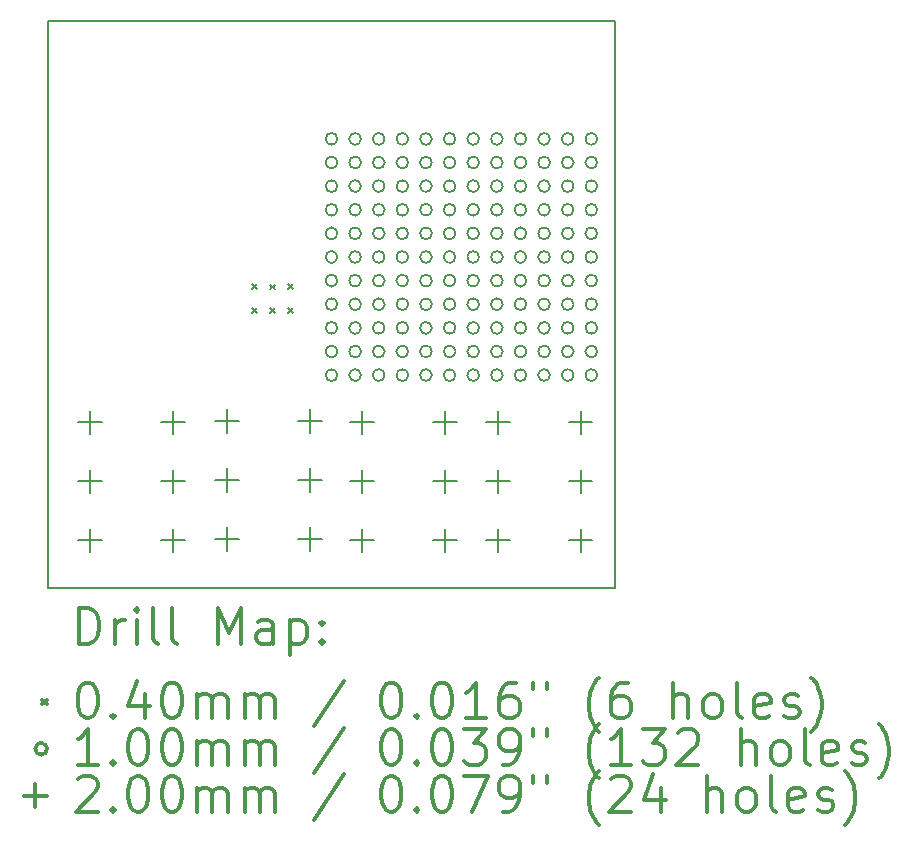
<source format=gbr>
%FSLAX45Y45*%
G04 Gerber Fmt 4.5, Leading zero omitted, Abs format (unit mm)*
G04 Created by KiCad (PCBNEW 4.0.6) date 06/24/17 22:10:58*
%MOMM*%
%LPD*%
G01*
G04 APERTURE LIST*
%ADD10C,0.127000*%
%ADD11C,0.150000*%
%ADD12C,0.200000*%
%ADD13C,0.300000*%
G04 APERTURE END LIST*
D10*
D11*
X11500000Y-9100000D02*
X11500000Y-13900000D01*
X6700000Y-9100000D02*
X11500000Y-9100000D01*
X6700000Y-13900000D02*
X6700000Y-9100000D01*
X6700000Y-13900000D02*
X11500000Y-13900000D01*
D12*
X8430000Y-11330000D02*
X8470000Y-11370000D01*
X8470000Y-11330000D02*
X8430000Y-11370000D01*
X8430000Y-11530000D02*
X8470000Y-11570000D01*
X8470000Y-11530000D02*
X8430000Y-11570000D01*
X8580000Y-11334000D02*
X8620000Y-11374000D01*
X8620000Y-11334000D02*
X8580000Y-11374000D01*
X8580000Y-11530000D02*
X8620000Y-11570000D01*
X8620000Y-11530000D02*
X8580000Y-11570000D01*
X8730000Y-11330000D02*
X8770000Y-11370000D01*
X8770000Y-11330000D02*
X8730000Y-11370000D01*
X8730000Y-11530000D02*
X8770000Y-11570000D01*
X8770000Y-11530000D02*
X8730000Y-11570000D01*
X9150000Y-10100000D02*
G75*
G03X9150000Y-10100000I-50000J0D01*
G01*
X9150000Y-10300000D02*
G75*
G03X9150000Y-10300000I-50000J0D01*
G01*
X9150000Y-10500000D02*
G75*
G03X9150000Y-10500000I-50000J0D01*
G01*
X9150000Y-10700000D02*
G75*
G03X9150000Y-10700000I-50000J0D01*
G01*
X9150000Y-10900000D02*
G75*
G03X9150000Y-10900000I-50000J0D01*
G01*
X9150000Y-11100000D02*
G75*
G03X9150000Y-11100000I-50000J0D01*
G01*
X9150000Y-11300000D02*
G75*
G03X9150000Y-11300000I-50000J0D01*
G01*
X9150000Y-11500000D02*
G75*
G03X9150000Y-11500000I-50000J0D01*
G01*
X9150000Y-11700000D02*
G75*
G03X9150000Y-11700000I-50000J0D01*
G01*
X9150000Y-11900000D02*
G75*
G03X9150000Y-11900000I-50000J0D01*
G01*
X9150000Y-12100000D02*
G75*
G03X9150000Y-12100000I-50000J0D01*
G01*
X9350000Y-10100000D02*
G75*
G03X9350000Y-10100000I-50000J0D01*
G01*
X9350000Y-10300000D02*
G75*
G03X9350000Y-10300000I-50000J0D01*
G01*
X9350000Y-10500000D02*
G75*
G03X9350000Y-10500000I-50000J0D01*
G01*
X9350000Y-10700000D02*
G75*
G03X9350000Y-10700000I-50000J0D01*
G01*
X9350000Y-10900000D02*
G75*
G03X9350000Y-10900000I-50000J0D01*
G01*
X9350000Y-11100000D02*
G75*
G03X9350000Y-11100000I-50000J0D01*
G01*
X9350000Y-11300000D02*
G75*
G03X9350000Y-11300000I-50000J0D01*
G01*
X9350000Y-11500000D02*
G75*
G03X9350000Y-11500000I-50000J0D01*
G01*
X9350000Y-11700000D02*
G75*
G03X9350000Y-11700000I-50000J0D01*
G01*
X9350000Y-11900000D02*
G75*
G03X9350000Y-11900000I-50000J0D01*
G01*
X9350000Y-12100000D02*
G75*
G03X9350000Y-12100000I-50000J0D01*
G01*
X9550000Y-10100000D02*
G75*
G03X9550000Y-10100000I-50000J0D01*
G01*
X9550000Y-10300000D02*
G75*
G03X9550000Y-10300000I-50000J0D01*
G01*
X9550000Y-10500000D02*
G75*
G03X9550000Y-10500000I-50000J0D01*
G01*
X9550000Y-10700000D02*
G75*
G03X9550000Y-10700000I-50000J0D01*
G01*
X9550000Y-10900000D02*
G75*
G03X9550000Y-10900000I-50000J0D01*
G01*
X9550000Y-11100000D02*
G75*
G03X9550000Y-11100000I-50000J0D01*
G01*
X9550000Y-11300000D02*
G75*
G03X9550000Y-11300000I-50000J0D01*
G01*
X9550000Y-11500000D02*
G75*
G03X9550000Y-11500000I-50000J0D01*
G01*
X9550000Y-11700000D02*
G75*
G03X9550000Y-11700000I-50000J0D01*
G01*
X9550000Y-11900000D02*
G75*
G03X9550000Y-11900000I-50000J0D01*
G01*
X9550000Y-12100000D02*
G75*
G03X9550000Y-12100000I-50000J0D01*
G01*
X9750000Y-10100000D02*
G75*
G03X9750000Y-10100000I-50000J0D01*
G01*
X9750000Y-10300000D02*
G75*
G03X9750000Y-10300000I-50000J0D01*
G01*
X9750000Y-10500000D02*
G75*
G03X9750000Y-10500000I-50000J0D01*
G01*
X9750000Y-10700000D02*
G75*
G03X9750000Y-10700000I-50000J0D01*
G01*
X9750000Y-10900000D02*
G75*
G03X9750000Y-10900000I-50000J0D01*
G01*
X9750000Y-11100000D02*
G75*
G03X9750000Y-11100000I-50000J0D01*
G01*
X9750000Y-11300000D02*
G75*
G03X9750000Y-11300000I-50000J0D01*
G01*
X9750000Y-11500000D02*
G75*
G03X9750000Y-11500000I-50000J0D01*
G01*
X9750000Y-11700000D02*
G75*
G03X9750000Y-11700000I-50000J0D01*
G01*
X9750000Y-11900000D02*
G75*
G03X9750000Y-11900000I-50000J0D01*
G01*
X9750000Y-12100000D02*
G75*
G03X9750000Y-12100000I-50000J0D01*
G01*
X9950000Y-10100000D02*
G75*
G03X9950000Y-10100000I-50000J0D01*
G01*
X9950000Y-10300000D02*
G75*
G03X9950000Y-10300000I-50000J0D01*
G01*
X9950000Y-10500000D02*
G75*
G03X9950000Y-10500000I-50000J0D01*
G01*
X9950000Y-10700000D02*
G75*
G03X9950000Y-10700000I-50000J0D01*
G01*
X9950000Y-10900000D02*
G75*
G03X9950000Y-10900000I-50000J0D01*
G01*
X9950000Y-11100000D02*
G75*
G03X9950000Y-11100000I-50000J0D01*
G01*
X9950000Y-11300000D02*
G75*
G03X9950000Y-11300000I-50000J0D01*
G01*
X9950000Y-11500000D02*
G75*
G03X9950000Y-11500000I-50000J0D01*
G01*
X9950000Y-11700000D02*
G75*
G03X9950000Y-11700000I-50000J0D01*
G01*
X9950000Y-11900000D02*
G75*
G03X9950000Y-11900000I-50000J0D01*
G01*
X9950000Y-12100000D02*
G75*
G03X9950000Y-12100000I-50000J0D01*
G01*
X10150000Y-10100000D02*
G75*
G03X10150000Y-10100000I-50000J0D01*
G01*
X10150000Y-10300000D02*
G75*
G03X10150000Y-10300000I-50000J0D01*
G01*
X10150000Y-10500000D02*
G75*
G03X10150000Y-10500000I-50000J0D01*
G01*
X10150000Y-10700000D02*
G75*
G03X10150000Y-10700000I-50000J0D01*
G01*
X10150000Y-10900000D02*
G75*
G03X10150000Y-10900000I-50000J0D01*
G01*
X10150000Y-11100000D02*
G75*
G03X10150000Y-11100000I-50000J0D01*
G01*
X10150000Y-11300000D02*
G75*
G03X10150000Y-11300000I-50000J0D01*
G01*
X10150000Y-11500000D02*
G75*
G03X10150000Y-11500000I-50000J0D01*
G01*
X10150000Y-11700000D02*
G75*
G03X10150000Y-11700000I-50000J0D01*
G01*
X10150000Y-11900000D02*
G75*
G03X10150000Y-11900000I-50000J0D01*
G01*
X10150000Y-12100000D02*
G75*
G03X10150000Y-12100000I-50000J0D01*
G01*
X10350000Y-10100000D02*
G75*
G03X10350000Y-10100000I-50000J0D01*
G01*
X10350000Y-10300000D02*
G75*
G03X10350000Y-10300000I-50000J0D01*
G01*
X10350000Y-10500000D02*
G75*
G03X10350000Y-10500000I-50000J0D01*
G01*
X10350000Y-10700000D02*
G75*
G03X10350000Y-10700000I-50000J0D01*
G01*
X10350000Y-10900000D02*
G75*
G03X10350000Y-10900000I-50000J0D01*
G01*
X10350000Y-11100000D02*
G75*
G03X10350000Y-11100000I-50000J0D01*
G01*
X10350000Y-11300000D02*
G75*
G03X10350000Y-11300000I-50000J0D01*
G01*
X10350000Y-11500000D02*
G75*
G03X10350000Y-11500000I-50000J0D01*
G01*
X10350000Y-11700000D02*
G75*
G03X10350000Y-11700000I-50000J0D01*
G01*
X10350000Y-11900000D02*
G75*
G03X10350000Y-11900000I-50000J0D01*
G01*
X10350000Y-12100000D02*
G75*
G03X10350000Y-12100000I-50000J0D01*
G01*
X10550000Y-10100000D02*
G75*
G03X10550000Y-10100000I-50000J0D01*
G01*
X10550000Y-10300000D02*
G75*
G03X10550000Y-10300000I-50000J0D01*
G01*
X10550000Y-10500000D02*
G75*
G03X10550000Y-10500000I-50000J0D01*
G01*
X10550000Y-10700000D02*
G75*
G03X10550000Y-10700000I-50000J0D01*
G01*
X10550000Y-10900000D02*
G75*
G03X10550000Y-10900000I-50000J0D01*
G01*
X10550000Y-11100000D02*
G75*
G03X10550000Y-11100000I-50000J0D01*
G01*
X10550000Y-11300000D02*
G75*
G03X10550000Y-11300000I-50000J0D01*
G01*
X10550000Y-11500000D02*
G75*
G03X10550000Y-11500000I-50000J0D01*
G01*
X10550000Y-11700000D02*
G75*
G03X10550000Y-11700000I-50000J0D01*
G01*
X10550000Y-11900000D02*
G75*
G03X10550000Y-11900000I-50000J0D01*
G01*
X10550000Y-12100000D02*
G75*
G03X10550000Y-12100000I-50000J0D01*
G01*
X10750000Y-10100000D02*
G75*
G03X10750000Y-10100000I-50000J0D01*
G01*
X10750000Y-10300000D02*
G75*
G03X10750000Y-10300000I-50000J0D01*
G01*
X10750000Y-10500000D02*
G75*
G03X10750000Y-10500000I-50000J0D01*
G01*
X10750000Y-10700000D02*
G75*
G03X10750000Y-10700000I-50000J0D01*
G01*
X10750000Y-10900000D02*
G75*
G03X10750000Y-10900000I-50000J0D01*
G01*
X10750000Y-11100000D02*
G75*
G03X10750000Y-11100000I-50000J0D01*
G01*
X10750000Y-11300000D02*
G75*
G03X10750000Y-11300000I-50000J0D01*
G01*
X10750000Y-11500000D02*
G75*
G03X10750000Y-11500000I-50000J0D01*
G01*
X10750000Y-11700000D02*
G75*
G03X10750000Y-11700000I-50000J0D01*
G01*
X10750000Y-11900000D02*
G75*
G03X10750000Y-11900000I-50000J0D01*
G01*
X10750000Y-12100000D02*
G75*
G03X10750000Y-12100000I-50000J0D01*
G01*
X10950000Y-10100000D02*
G75*
G03X10950000Y-10100000I-50000J0D01*
G01*
X10950000Y-10300000D02*
G75*
G03X10950000Y-10300000I-50000J0D01*
G01*
X10950000Y-10500000D02*
G75*
G03X10950000Y-10500000I-50000J0D01*
G01*
X10950000Y-10700000D02*
G75*
G03X10950000Y-10700000I-50000J0D01*
G01*
X10950000Y-10900000D02*
G75*
G03X10950000Y-10900000I-50000J0D01*
G01*
X10950000Y-11100000D02*
G75*
G03X10950000Y-11100000I-50000J0D01*
G01*
X10950000Y-11300000D02*
G75*
G03X10950000Y-11300000I-50000J0D01*
G01*
X10950000Y-11500000D02*
G75*
G03X10950000Y-11500000I-50000J0D01*
G01*
X10950000Y-11700000D02*
G75*
G03X10950000Y-11700000I-50000J0D01*
G01*
X10950000Y-11900000D02*
G75*
G03X10950000Y-11900000I-50000J0D01*
G01*
X10950000Y-12100000D02*
G75*
G03X10950000Y-12100000I-50000J0D01*
G01*
X11150000Y-10100000D02*
G75*
G03X11150000Y-10100000I-50000J0D01*
G01*
X11150000Y-10300000D02*
G75*
G03X11150000Y-10300000I-50000J0D01*
G01*
X11150000Y-10500000D02*
G75*
G03X11150000Y-10500000I-50000J0D01*
G01*
X11150000Y-10700000D02*
G75*
G03X11150000Y-10700000I-50000J0D01*
G01*
X11150000Y-10900000D02*
G75*
G03X11150000Y-10900000I-50000J0D01*
G01*
X11150000Y-11100000D02*
G75*
G03X11150000Y-11100000I-50000J0D01*
G01*
X11150000Y-11300000D02*
G75*
G03X11150000Y-11300000I-50000J0D01*
G01*
X11150000Y-11500000D02*
G75*
G03X11150000Y-11500000I-50000J0D01*
G01*
X11150000Y-11700000D02*
G75*
G03X11150000Y-11700000I-50000J0D01*
G01*
X11150000Y-11900000D02*
G75*
G03X11150000Y-11900000I-50000J0D01*
G01*
X11150000Y-12100000D02*
G75*
G03X11150000Y-12100000I-50000J0D01*
G01*
X11350000Y-10100000D02*
G75*
G03X11350000Y-10100000I-50000J0D01*
G01*
X11350000Y-10300000D02*
G75*
G03X11350000Y-10300000I-50000J0D01*
G01*
X11350000Y-10500000D02*
G75*
G03X11350000Y-10500000I-50000J0D01*
G01*
X11350000Y-10700000D02*
G75*
G03X11350000Y-10700000I-50000J0D01*
G01*
X11350000Y-10900000D02*
G75*
G03X11350000Y-10900000I-50000J0D01*
G01*
X11350000Y-11100000D02*
G75*
G03X11350000Y-11100000I-50000J0D01*
G01*
X11350000Y-11300000D02*
G75*
G03X11350000Y-11300000I-50000J0D01*
G01*
X11350000Y-11500000D02*
G75*
G03X11350000Y-11500000I-50000J0D01*
G01*
X11350000Y-11700000D02*
G75*
G03X11350000Y-11700000I-50000J0D01*
G01*
X11350000Y-11900000D02*
G75*
G03X11350000Y-11900000I-50000J0D01*
G01*
X11350000Y-12100000D02*
G75*
G03X11350000Y-12100000I-50000J0D01*
G01*
X7058000Y-12400000D02*
X7058000Y-12600000D01*
X6958000Y-12500000D02*
X7158000Y-12500000D01*
X7058000Y-12900000D02*
X7058000Y-13100000D01*
X6958000Y-13000000D02*
X7158000Y-13000000D01*
X7058000Y-13400000D02*
X7058000Y-13600000D01*
X6958000Y-13500000D02*
X7158000Y-13500000D01*
X7759000Y-12400000D02*
X7759000Y-12600000D01*
X7659000Y-12500000D02*
X7859000Y-12500000D01*
X7759000Y-12900000D02*
X7759000Y-13100000D01*
X7659000Y-13000000D02*
X7859000Y-13000000D01*
X7759000Y-13400000D02*
X7759000Y-13600000D01*
X7659000Y-13500000D02*
X7859000Y-13500000D01*
X8218000Y-12390000D02*
X8218000Y-12590000D01*
X8118000Y-12490000D02*
X8318000Y-12490000D01*
X8218000Y-12890000D02*
X8218000Y-13090000D01*
X8118000Y-12990000D02*
X8318000Y-12990000D01*
X8218000Y-13390000D02*
X8218000Y-13590000D01*
X8118000Y-13490000D02*
X8318000Y-13490000D01*
X8919000Y-12390000D02*
X8919000Y-12590000D01*
X8819000Y-12490000D02*
X9019000Y-12490000D01*
X8919000Y-12890000D02*
X8919000Y-13090000D01*
X8819000Y-12990000D02*
X9019000Y-12990000D01*
X8919000Y-13390000D02*
X8919000Y-13590000D01*
X8819000Y-13490000D02*
X9019000Y-13490000D01*
X9358000Y-12400000D02*
X9358000Y-12600000D01*
X9258000Y-12500000D02*
X9458000Y-12500000D01*
X9358000Y-12900000D02*
X9358000Y-13100000D01*
X9258000Y-13000000D02*
X9458000Y-13000000D01*
X9358000Y-13400000D02*
X9358000Y-13600000D01*
X9258000Y-13500000D02*
X9458000Y-13500000D01*
X10059000Y-12400000D02*
X10059000Y-12600000D01*
X9959000Y-12500000D02*
X10159000Y-12500000D01*
X10059000Y-12900000D02*
X10059000Y-13100000D01*
X9959000Y-13000000D02*
X10159000Y-13000000D01*
X10059000Y-13400000D02*
X10059000Y-13600000D01*
X9959000Y-13500000D02*
X10159000Y-13500000D01*
X10508000Y-12400000D02*
X10508000Y-12600000D01*
X10408000Y-12500000D02*
X10608000Y-12500000D01*
X10508000Y-12900000D02*
X10508000Y-13100000D01*
X10408000Y-13000000D02*
X10608000Y-13000000D01*
X10508000Y-13400000D02*
X10508000Y-13600000D01*
X10408000Y-13500000D02*
X10608000Y-13500000D01*
X11209000Y-12400000D02*
X11209000Y-12600000D01*
X11109000Y-12500000D02*
X11309000Y-12500000D01*
X11209000Y-12900000D02*
X11209000Y-13100000D01*
X11109000Y-13000000D02*
X11309000Y-13000000D01*
X11209000Y-13400000D02*
X11209000Y-13600000D01*
X11109000Y-13500000D02*
X11309000Y-13500000D01*
D13*
X6963928Y-14373214D02*
X6963928Y-14073214D01*
X7035357Y-14073214D01*
X7078214Y-14087500D01*
X7106786Y-14116071D01*
X7121071Y-14144643D01*
X7135357Y-14201786D01*
X7135357Y-14244643D01*
X7121071Y-14301786D01*
X7106786Y-14330357D01*
X7078214Y-14358929D01*
X7035357Y-14373214D01*
X6963928Y-14373214D01*
X7263928Y-14373214D02*
X7263928Y-14173214D01*
X7263928Y-14230357D02*
X7278214Y-14201786D01*
X7292500Y-14187500D01*
X7321071Y-14173214D01*
X7349643Y-14173214D01*
X7449643Y-14373214D02*
X7449643Y-14173214D01*
X7449643Y-14073214D02*
X7435357Y-14087500D01*
X7449643Y-14101786D01*
X7463928Y-14087500D01*
X7449643Y-14073214D01*
X7449643Y-14101786D01*
X7635357Y-14373214D02*
X7606786Y-14358929D01*
X7592500Y-14330357D01*
X7592500Y-14073214D01*
X7792500Y-14373214D02*
X7763928Y-14358929D01*
X7749643Y-14330357D01*
X7749643Y-14073214D01*
X8135357Y-14373214D02*
X8135357Y-14073214D01*
X8235357Y-14287500D01*
X8335357Y-14073214D01*
X8335357Y-14373214D01*
X8606786Y-14373214D02*
X8606786Y-14216071D01*
X8592500Y-14187500D01*
X8563929Y-14173214D01*
X8506786Y-14173214D01*
X8478214Y-14187500D01*
X8606786Y-14358929D02*
X8578214Y-14373214D01*
X8506786Y-14373214D01*
X8478214Y-14358929D01*
X8463929Y-14330357D01*
X8463929Y-14301786D01*
X8478214Y-14273214D01*
X8506786Y-14258929D01*
X8578214Y-14258929D01*
X8606786Y-14244643D01*
X8749643Y-14173214D02*
X8749643Y-14473214D01*
X8749643Y-14187500D02*
X8778214Y-14173214D01*
X8835357Y-14173214D01*
X8863929Y-14187500D01*
X8878214Y-14201786D01*
X8892500Y-14230357D01*
X8892500Y-14316071D01*
X8878214Y-14344643D01*
X8863929Y-14358929D01*
X8835357Y-14373214D01*
X8778214Y-14373214D01*
X8749643Y-14358929D01*
X9021071Y-14344643D02*
X9035357Y-14358929D01*
X9021071Y-14373214D01*
X9006786Y-14358929D01*
X9021071Y-14344643D01*
X9021071Y-14373214D01*
X9021071Y-14187500D02*
X9035357Y-14201786D01*
X9021071Y-14216071D01*
X9006786Y-14201786D01*
X9021071Y-14187500D01*
X9021071Y-14216071D01*
X6652500Y-14847500D02*
X6692500Y-14887500D01*
X6692500Y-14847500D02*
X6652500Y-14887500D01*
X7021071Y-14703214D02*
X7049643Y-14703214D01*
X7078214Y-14717500D01*
X7092500Y-14731786D01*
X7106786Y-14760357D01*
X7121071Y-14817500D01*
X7121071Y-14888929D01*
X7106786Y-14946071D01*
X7092500Y-14974643D01*
X7078214Y-14988929D01*
X7049643Y-15003214D01*
X7021071Y-15003214D01*
X6992500Y-14988929D01*
X6978214Y-14974643D01*
X6963928Y-14946071D01*
X6949643Y-14888929D01*
X6949643Y-14817500D01*
X6963928Y-14760357D01*
X6978214Y-14731786D01*
X6992500Y-14717500D01*
X7021071Y-14703214D01*
X7249643Y-14974643D02*
X7263928Y-14988929D01*
X7249643Y-15003214D01*
X7235357Y-14988929D01*
X7249643Y-14974643D01*
X7249643Y-15003214D01*
X7521071Y-14803214D02*
X7521071Y-15003214D01*
X7449643Y-14688929D02*
X7378214Y-14903214D01*
X7563928Y-14903214D01*
X7735357Y-14703214D02*
X7763928Y-14703214D01*
X7792500Y-14717500D01*
X7806786Y-14731786D01*
X7821071Y-14760357D01*
X7835357Y-14817500D01*
X7835357Y-14888929D01*
X7821071Y-14946071D01*
X7806786Y-14974643D01*
X7792500Y-14988929D01*
X7763928Y-15003214D01*
X7735357Y-15003214D01*
X7706786Y-14988929D01*
X7692500Y-14974643D01*
X7678214Y-14946071D01*
X7663928Y-14888929D01*
X7663928Y-14817500D01*
X7678214Y-14760357D01*
X7692500Y-14731786D01*
X7706786Y-14717500D01*
X7735357Y-14703214D01*
X7963928Y-15003214D02*
X7963928Y-14803214D01*
X7963928Y-14831786D02*
X7978214Y-14817500D01*
X8006786Y-14803214D01*
X8049643Y-14803214D01*
X8078214Y-14817500D01*
X8092500Y-14846071D01*
X8092500Y-15003214D01*
X8092500Y-14846071D02*
X8106786Y-14817500D01*
X8135357Y-14803214D01*
X8178214Y-14803214D01*
X8206786Y-14817500D01*
X8221071Y-14846071D01*
X8221071Y-15003214D01*
X8363928Y-15003214D02*
X8363928Y-14803214D01*
X8363928Y-14831786D02*
X8378214Y-14817500D01*
X8406786Y-14803214D01*
X8449643Y-14803214D01*
X8478214Y-14817500D01*
X8492500Y-14846071D01*
X8492500Y-15003214D01*
X8492500Y-14846071D02*
X8506786Y-14817500D01*
X8535357Y-14803214D01*
X8578214Y-14803214D01*
X8606786Y-14817500D01*
X8621071Y-14846071D01*
X8621071Y-15003214D01*
X9206786Y-14688929D02*
X8949643Y-15074643D01*
X9592500Y-14703214D02*
X9621071Y-14703214D01*
X9649643Y-14717500D01*
X9663928Y-14731786D01*
X9678214Y-14760357D01*
X9692500Y-14817500D01*
X9692500Y-14888929D01*
X9678214Y-14946071D01*
X9663928Y-14974643D01*
X9649643Y-14988929D01*
X9621071Y-15003214D01*
X9592500Y-15003214D01*
X9563928Y-14988929D01*
X9549643Y-14974643D01*
X9535357Y-14946071D01*
X9521071Y-14888929D01*
X9521071Y-14817500D01*
X9535357Y-14760357D01*
X9549643Y-14731786D01*
X9563928Y-14717500D01*
X9592500Y-14703214D01*
X9821071Y-14974643D02*
X9835357Y-14988929D01*
X9821071Y-15003214D01*
X9806786Y-14988929D01*
X9821071Y-14974643D01*
X9821071Y-15003214D01*
X10021071Y-14703214D02*
X10049643Y-14703214D01*
X10078214Y-14717500D01*
X10092500Y-14731786D01*
X10106786Y-14760357D01*
X10121071Y-14817500D01*
X10121071Y-14888929D01*
X10106786Y-14946071D01*
X10092500Y-14974643D01*
X10078214Y-14988929D01*
X10049643Y-15003214D01*
X10021071Y-15003214D01*
X9992500Y-14988929D01*
X9978214Y-14974643D01*
X9963928Y-14946071D01*
X9949643Y-14888929D01*
X9949643Y-14817500D01*
X9963928Y-14760357D01*
X9978214Y-14731786D01*
X9992500Y-14717500D01*
X10021071Y-14703214D01*
X10406786Y-15003214D02*
X10235357Y-15003214D01*
X10321071Y-15003214D02*
X10321071Y-14703214D01*
X10292500Y-14746071D01*
X10263928Y-14774643D01*
X10235357Y-14788929D01*
X10663928Y-14703214D02*
X10606786Y-14703214D01*
X10578214Y-14717500D01*
X10563928Y-14731786D01*
X10535357Y-14774643D01*
X10521071Y-14831786D01*
X10521071Y-14946071D01*
X10535357Y-14974643D01*
X10549643Y-14988929D01*
X10578214Y-15003214D01*
X10635357Y-15003214D01*
X10663928Y-14988929D01*
X10678214Y-14974643D01*
X10692500Y-14946071D01*
X10692500Y-14874643D01*
X10678214Y-14846071D01*
X10663928Y-14831786D01*
X10635357Y-14817500D01*
X10578214Y-14817500D01*
X10549643Y-14831786D01*
X10535357Y-14846071D01*
X10521071Y-14874643D01*
X10806786Y-14703214D02*
X10806786Y-14760357D01*
X10921071Y-14703214D02*
X10921071Y-14760357D01*
X11363928Y-15117500D02*
X11349643Y-15103214D01*
X11321071Y-15060357D01*
X11306785Y-15031786D01*
X11292500Y-14988929D01*
X11278214Y-14917500D01*
X11278214Y-14860357D01*
X11292500Y-14788929D01*
X11306785Y-14746071D01*
X11321071Y-14717500D01*
X11349643Y-14674643D01*
X11363928Y-14660357D01*
X11606785Y-14703214D02*
X11549643Y-14703214D01*
X11521071Y-14717500D01*
X11506785Y-14731786D01*
X11478214Y-14774643D01*
X11463928Y-14831786D01*
X11463928Y-14946071D01*
X11478214Y-14974643D01*
X11492500Y-14988929D01*
X11521071Y-15003214D01*
X11578214Y-15003214D01*
X11606785Y-14988929D01*
X11621071Y-14974643D01*
X11635357Y-14946071D01*
X11635357Y-14874643D01*
X11621071Y-14846071D01*
X11606785Y-14831786D01*
X11578214Y-14817500D01*
X11521071Y-14817500D01*
X11492500Y-14831786D01*
X11478214Y-14846071D01*
X11463928Y-14874643D01*
X11992500Y-15003214D02*
X11992500Y-14703214D01*
X12121071Y-15003214D02*
X12121071Y-14846071D01*
X12106785Y-14817500D01*
X12078214Y-14803214D01*
X12035357Y-14803214D01*
X12006785Y-14817500D01*
X11992500Y-14831786D01*
X12306785Y-15003214D02*
X12278214Y-14988929D01*
X12263928Y-14974643D01*
X12249643Y-14946071D01*
X12249643Y-14860357D01*
X12263928Y-14831786D01*
X12278214Y-14817500D01*
X12306785Y-14803214D01*
X12349643Y-14803214D01*
X12378214Y-14817500D01*
X12392500Y-14831786D01*
X12406785Y-14860357D01*
X12406785Y-14946071D01*
X12392500Y-14974643D01*
X12378214Y-14988929D01*
X12349643Y-15003214D01*
X12306785Y-15003214D01*
X12578214Y-15003214D02*
X12549643Y-14988929D01*
X12535357Y-14960357D01*
X12535357Y-14703214D01*
X12806786Y-14988929D02*
X12778214Y-15003214D01*
X12721071Y-15003214D01*
X12692500Y-14988929D01*
X12678214Y-14960357D01*
X12678214Y-14846071D01*
X12692500Y-14817500D01*
X12721071Y-14803214D01*
X12778214Y-14803214D01*
X12806786Y-14817500D01*
X12821071Y-14846071D01*
X12821071Y-14874643D01*
X12678214Y-14903214D01*
X12935357Y-14988929D02*
X12963928Y-15003214D01*
X13021071Y-15003214D01*
X13049643Y-14988929D01*
X13063928Y-14960357D01*
X13063928Y-14946071D01*
X13049643Y-14917500D01*
X13021071Y-14903214D01*
X12978214Y-14903214D01*
X12949643Y-14888929D01*
X12935357Y-14860357D01*
X12935357Y-14846071D01*
X12949643Y-14817500D01*
X12978214Y-14803214D01*
X13021071Y-14803214D01*
X13049643Y-14817500D01*
X13163928Y-15117500D02*
X13178214Y-15103214D01*
X13206786Y-15060357D01*
X13221071Y-15031786D01*
X13235357Y-14988929D01*
X13249643Y-14917500D01*
X13249643Y-14860357D01*
X13235357Y-14788929D01*
X13221071Y-14746071D01*
X13206786Y-14717500D01*
X13178214Y-14674643D01*
X13163928Y-14660357D01*
X6692500Y-15263500D02*
G75*
G03X6692500Y-15263500I-50000J0D01*
G01*
X7121071Y-15399214D02*
X6949643Y-15399214D01*
X7035357Y-15399214D02*
X7035357Y-15099214D01*
X7006786Y-15142071D01*
X6978214Y-15170643D01*
X6949643Y-15184929D01*
X7249643Y-15370643D02*
X7263928Y-15384929D01*
X7249643Y-15399214D01*
X7235357Y-15384929D01*
X7249643Y-15370643D01*
X7249643Y-15399214D01*
X7449643Y-15099214D02*
X7478214Y-15099214D01*
X7506786Y-15113500D01*
X7521071Y-15127786D01*
X7535357Y-15156357D01*
X7549643Y-15213500D01*
X7549643Y-15284929D01*
X7535357Y-15342071D01*
X7521071Y-15370643D01*
X7506786Y-15384929D01*
X7478214Y-15399214D01*
X7449643Y-15399214D01*
X7421071Y-15384929D01*
X7406786Y-15370643D01*
X7392500Y-15342071D01*
X7378214Y-15284929D01*
X7378214Y-15213500D01*
X7392500Y-15156357D01*
X7406786Y-15127786D01*
X7421071Y-15113500D01*
X7449643Y-15099214D01*
X7735357Y-15099214D02*
X7763928Y-15099214D01*
X7792500Y-15113500D01*
X7806786Y-15127786D01*
X7821071Y-15156357D01*
X7835357Y-15213500D01*
X7835357Y-15284929D01*
X7821071Y-15342071D01*
X7806786Y-15370643D01*
X7792500Y-15384929D01*
X7763928Y-15399214D01*
X7735357Y-15399214D01*
X7706786Y-15384929D01*
X7692500Y-15370643D01*
X7678214Y-15342071D01*
X7663928Y-15284929D01*
X7663928Y-15213500D01*
X7678214Y-15156357D01*
X7692500Y-15127786D01*
X7706786Y-15113500D01*
X7735357Y-15099214D01*
X7963928Y-15399214D02*
X7963928Y-15199214D01*
X7963928Y-15227786D02*
X7978214Y-15213500D01*
X8006786Y-15199214D01*
X8049643Y-15199214D01*
X8078214Y-15213500D01*
X8092500Y-15242071D01*
X8092500Y-15399214D01*
X8092500Y-15242071D02*
X8106786Y-15213500D01*
X8135357Y-15199214D01*
X8178214Y-15199214D01*
X8206786Y-15213500D01*
X8221071Y-15242071D01*
X8221071Y-15399214D01*
X8363928Y-15399214D02*
X8363928Y-15199214D01*
X8363928Y-15227786D02*
X8378214Y-15213500D01*
X8406786Y-15199214D01*
X8449643Y-15199214D01*
X8478214Y-15213500D01*
X8492500Y-15242071D01*
X8492500Y-15399214D01*
X8492500Y-15242071D02*
X8506786Y-15213500D01*
X8535357Y-15199214D01*
X8578214Y-15199214D01*
X8606786Y-15213500D01*
X8621071Y-15242071D01*
X8621071Y-15399214D01*
X9206786Y-15084929D02*
X8949643Y-15470643D01*
X9592500Y-15099214D02*
X9621071Y-15099214D01*
X9649643Y-15113500D01*
X9663928Y-15127786D01*
X9678214Y-15156357D01*
X9692500Y-15213500D01*
X9692500Y-15284929D01*
X9678214Y-15342071D01*
X9663928Y-15370643D01*
X9649643Y-15384929D01*
X9621071Y-15399214D01*
X9592500Y-15399214D01*
X9563928Y-15384929D01*
X9549643Y-15370643D01*
X9535357Y-15342071D01*
X9521071Y-15284929D01*
X9521071Y-15213500D01*
X9535357Y-15156357D01*
X9549643Y-15127786D01*
X9563928Y-15113500D01*
X9592500Y-15099214D01*
X9821071Y-15370643D02*
X9835357Y-15384929D01*
X9821071Y-15399214D01*
X9806786Y-15384929D01*
X9821071Y-15370643D01*
X9821071Y-15399214D01*
X10021071Y-15099214D02*
X10049643Y-15099214D01*
X10078214Y-15113500D01*
X10092500Y-15127786D01*
X10106786Y-15156357D01*
X10121071Y-15213500D01*
X10121071Y-15284929D01*
X10106786Y-15342071D01*
X10092500Y-15370643D01*
X10078214Y-15384929D01*
X10049643Y-15399214D01*
X10021071Y-15399214D01*
X9992500Y-15384929D01*
X9978214Y-15370643D01*
X9963928Y-15342071D01*
X9949643Y-15284929D01*
X9949643Y-15213500D01*
X9963928Y-15156357D01*
X9978214Y-15127786D01*
X9992500Y-15113500D01*
X10021071Y-15099214D01*
X10221071Y-15099214D02*
X10406786Y-15099214D01*
X10306786Y-15213500D01*
X10349643Y-15213500D01*
X10378214Y-15227786D01*
X10392500Y-15242071D01*
X10406786Y-15270643D01*
X10406786Y-15342071D01*
X10392500Y-15370643D01*
X10378214Y-15384929D01*
X10349643Y-15399214D01*
X10263928Y-15399214D01*
X10235357Y-15384929D01*
X10221071Y-15370643D01*
X10549643Y-15399214D02*
X10606786Y-15399214D01*
X10635357Y-15384929D01*
X10649643Y-15370643D01*
X10678214Y-15327786D01*
X10692500Y-15270643D01*
X10692500Y-15156357D01*
X10678214Y-15127786D01*
X10663928Y-15113500D01*
X10635357Y-15099214D01*
X10578214Y-15099214D01*
X10549643Y-15113500D01*
X10535357Y-15127786D01*
X10521071Y-15156357D01*
X10521071Y-15227786D01*
X10535357Y-15256357D01*
X10549643Y-15270643D01*
X10578214Y-15284929D01*
X10635357Y-15284929D01*
X10663928Y-15270643D01*
X10678214Y-15256357D01*
X10692500Y-15227786D01*
X10806786Y-15099214D02*
X10806786Y-15156357D01*
X10921071Y-15099214D02*
X10921071Y-15156357D01*
X11363928Y-15513500D02*
X11349643Y-15499214D01*
X11321071Y-15456357D01*
X11306785Y-15427786D01*
X11292500Y-15384929D01*
X11278214Y-15313500D01*
X11278214Y-15256357D01*
X11292500Y-15184929D01*
X11306785Y-15142071D01*
X11321071Y-15113500D01*
X11349643Y-15070643D01*
X11363928Y-15056357D01*
X11635357Y-15399214D02*
X11463928Y-15399214D01*
X11549643Y-15399214D02*
X11549643Y-15099214D01*
X11521071Y-15142071D01*
X11492500Y-15170643D01*
X11463928Y-15184929D01*
X11735357Y-15099214D02*
X11921071Y-15099214D01*
X11821071Y-15213500D01*
X11863928Y-15213500D01*
X11892500Y-15227786D01*
X11906785Y-15242071D01*
X11921071Y-15270643D01*
X11921071Y-15342071D01*
X11906785Y-15370643D01*
X11892500Y-15384929D01*
X11863928Y-15399214D01*
X11778214Y-15399214D01*
X11749643Y-15384929D01*
X11735357Y-15370643D01*
X12035357Y-15127786D02*
X12049643Y-15113500D01*
X12078214Y-15099214D01*
X12149643Y-15099214D01*
X12178214Y-15113500D01*
X12192500Y-15127786D01*
X12206785Y-15156357D01*
X12206785Y-15184929D01*
X12192500Y-15227786D01*
X12021071Y-15399214D01*
X12206785Y-15399214D01*
X12563928Y-15399214D02*
X12563928Y-15099214D01*
X12692500Y-15399214D02*
X12692500Y-15242071D01*
X12678214Y-15213500D01*
X12649643Y-15199214D01*
X12606785Y-15199214D01*
X12578214Y-15213500D01*
X12563928Y-15227786D01*
X12878214Y-15399214D02*
X12849643Y-15384929D01*
X12835357Y-15370643D01*
X12821071Y-15342071D01*
X12821071Y-15256357D01*
X12835357Y-15227786D01*
X12849643Y-15213500D01*
X12878214Y-15199214D01*
X12921071Y-15199214D01*
X12949643Y-15213500D01*
X12963928Y-15227786D01*
X12978214Y-15256357D01*
X12978214Y-15342071D01*
X12963928Y-15370643D01*
X12949643Y-15384929D01*
X12921071Y-15399214D01*
X12878214Y-15399214D01*
X13149643Y-15399214D02*
X13121071Y-15384929D01*
X13106786Y-15356357D01*
X13106786Y-15099214D01*
X13378214Y-15384929D02*
X13349643Y-15399214D01*
X13292500Y-15399214D01*
X13263928Y-15384929D01*
X13249643Y-15356357D01*
X13249643Y-15242071D01*
X13263928Y-15213500D01*
X13292500Y-15199214D01*
X13349643Y-15199214D01*
X13378214Y-15213500D01*
X13392500Y-15242071D01*
X13392500Y-15270643D01*
X13249643Y-15299214D01*
X13506786Y-15384929D02*
X13535357Y-15399214D01*
X13592500Y-15399214D01*
X13621071Y-15384929D01*
X13635357Y-15356357D01*
X13635357Y-15342071D01*
X13621071Y-15313500D01*
X13592500Y-15299214D01*
X13549643Y-15299214D01*
X13521071Y-15284929D01*
X13506786Y-15256357D01*
X13506786Y-15242071D01*
X13521071Y-15213500D01*
X13549643Y-15199214D01*
X13592500Y-15199214D01*
X13621071Y-15213500D01*
X13735357Y-15513500D02*
X13749643Y-15499214D01*
X13778214Y-15456357D01*
X13792500Y-15427786D01*
X13806786Y-15384929D01*
X13821071Y-15313500D01*
X13821071Y-15256357D01*
X13806786Y-15184929D01*
X13792500Y-15142071D01*
X13778214Y-15113500D01*
X13749643Y-15070643D01*
X13735357Y-15056357D01*
X6592500Y-15559500D02*
X6592500Y-15759500D01*
X6492500Y-15659500D02*
X6692500Y-15659500D01*
X6949643Y-15523786D02*
X6963928Y-15509500D01*
X6992500Y-15495214D01*
X7063928Y-15495214D01*
X7092500Y-15509500D01*
X7106786Y-15523786D01*
X7121071Y-15552357D01*
X7121071Y-15580929D01*
X7106786Y-15623786D01*
X6935357Y-15795214D01*
X7121071Y-15795214D01*
X7249643Y-15766643D02*
X7263928Y-15780929D01*
X7249643Y-15795214D01*
X7235357Y-15780929D01*
X7249643Y-15766643D01*
X7249643Y-15795214D01*
X7449643Y-15495214D02*
X7478214Y-15495214D01*
X7506786Y-15509500D01*
X7521071Y-15523786D01*
X7535357Y-15552357D01*
X7549643Y-15609500D01*
X7549643Y-15680929D01*
X7535357Y-15738071D01*
X7521071Y-15766643D01*
X7506786Y-15780929D01*
X7478214Y-15795214D01*
X7449643Y-15795214D01*
X7421071Y-15780929D01*
X7406786Y-15766643D01*
X7392500Y-15738071D01*
X7378214Y-15680929D01*
X7378214Y-15609500D01*
X7392500Y-15552357D01*
X7406786Y-15523786D01*
X7421071Y-15509500D01*
X7449643Y-15495214D01*
X7735357Y-15495214D02*
X7763928Y-15495214D01*
X7792500Y-15509500D01*
X7806786Y-15523786D01*
X7821071Y-15552357D01*
X7835357Y-15609500D01*
X7835357Y-15680929D01*
X7821071Y-15738071D01*
X7806786Y-15766643D01*
X7792500Y-15780929D01*
X7763928Y-15795214D01*
X7735357Y-15795214D01*
X7706786Y-15780929D01*
X7692500Y-15766643D01*
X7678214Y-15738071D01*
X7663928Y-15680929D01*
X7663928Y-15609500D01*
X7678214Y-15552357D01*
X7692500Y-15523786D01*
X7706786Y-15509500D01*
X7735357Y-15495214D01*
X7963928Y-15795214D02*
X7963928Y-15595214D01*
X7963928Y-15623786D02*
X7978214Y-15609500D01*
X8006786Y-15595214D01*
X8049643Y-15595214D01*
X8078214Y-15609500D01*
X8092500Y-15638071D01*
X8092500Y-15795214D01*
X8092500Y-15638071D02*
X8106786Y-15609500D01*
X8135357Y-15595214D01*
X8178214Y-15595214D01*
X8206786Y-15609500D01*
X8221071Y-15638071D01*
X8221071Y-15795214D01*
X8363928Y-15795214D02*
X8363928Y-15595214D01*
X8363928Y-15623786D02*
X8378214Y-15609500D01*
X8406786Y-15595214D01*
X8449643Y-15595214D01*
X8478214Y-15609500D01*
X8492500Y-15638071D01*
X8492500Y-15795214D01*
X8492500Y-15638071D02*
X8506786Y-15609500D01*
X8535357Y-15595214D01*
X8578214Y-15595214D01*
X8606786Y-15609500D01*
X8621071Y-15638071D01*
X8621071Y-15795214D01*
X9206786Y-15480929D02*
X8949643Y-15866643D01*
X9592500Y-15495214D02*
X9621071Y-15495214D01*
X9649643Y-15509500D01*
X9663928Y-15523786D01*
X9678214Y-15552357D01*
X9692500Y-15609500D01*
X9692500Y-15680929D01*
X9678214Y-15738071D01*
X9663928Y-15766643D01*
X9649643Y-15780929D01*
X9621071Y-15795214D01*
X9592500Y-15795214D01*
X9563928Y-15780929D01*
X9549643Y-15766643D01*
X9535357Y-15738071D01*
X9521071Y-15680929D01*
X9521071Y-15609500D01*
X9535357Y-15552357D01*
X9549643Y-15523786D01*
X9563928Y-15509500D01*
X9592500Y-15495214D01*
X9821071Y-15766643D02*
X9835357Y-15780929D01*
X9821071Y-15795214D01*
X9806786Y-15780929D01*
X9821071Y-15766643D01*
X9821071Y-15795214D01*
X10021071Y-15495214D02*
X10049643Y-15495214D01*
X10078214Y-15509500D01*
X10092500Y-15523786D01*
X10106786Y-15552357D01*
X10121071Y-15609500D01*
X10121071Y-15680929D01*
X10106786Y-15738071D01*
X10092500Y-15766643D01*
X10078214Y-15780929D01*
X10049643Y-15795214D01*
X10021071Y-15795214D01*
X9992500Y-15780929D01*
X9978214Y-15766643D01*
X9963928Y-15738071D01*
X9949643Y-15680929D01*
X9949643Y-15609500D01*
X9963928Y-15552357D01*
X9978214Y-15523786D01*
X9992500Y-15509500D01*
X10021071Y-15495214D01*
X10221071Y-15495214D02*
X10421071Y-15495214D01*
X10292500Y-15795214D01*
X10549643Y-15795214D02*
X10606786Y-15795214D01*
X10635357Y-15780929D01*
X10649643Y-15766643D01*
X10678214Y-15723786D01*
X10692500Y-15666643D01*
X10692500Y-15552357D01*
X10678214Y-15523786D01*
X10663928Y-15509500D01*
X10635357Y-15495214D01*
X10578214Y-15495214D01*
X10549643Y-15509500D01*
X10535357Y-15523786D01*
X10521071Y-15552357D01*
X10521071Y-15623786D01*
X10535357Y-15652357D01*
X10549643Y-15666643D01*
X10578214Y-15680929D01*
X10635357Y-15680929D01*
X10663928Y-15666643D01*
X10678214Y-15652357D01*
X10692500Y-15623786D01*
X10806786Y-15495214D02*
X10806786Y-15552357D01*
X10921071Y-15495214D02*
X10921071Y-15552357D01*
X11363928Y-15909500D02*
X11349643Y-15895214D01*
X11321071Y-15852357D01*
X11306785Y-15823786D01*
X11292500Y-15780929D01*
X11278214Y-15709500D01*
X11278214Y-15652357D01*
X11292500Y-15580929D01*
X11306785Y-15538071D01*
X11321071Y-15509500D01*
X11349643Y-15466643D01*
X11363928Y-15452357D01*
X11463928Y-15523786D02*
X11478214Y-15509500D01*
X11506785Y-15495214D01*
X11578214Y-15495214D01*
X11606785Y-15509500D01*
X11621071Y-15523786D01*
X11635357Y-15552357D01*
X11635357Y-15580929D01*
X11621071Y-15623786D01*
X11449643Y-15795214D01*
X11635357Y-15795214D01*
X11892500Y-15595214D02*
X11892500Y-15795214D01*
X11821071Y-15480929D02*
X11749643Y-15695214D01*
X11935357Y-15695214D01*
X12278214Y-15795214D02*
X12278214Y-15495214D01*
X12406785Y-15795214D02*
X12406785Y-15638071D01*
X12392500Y-15609500D01*
X12363928Y-15595214D01*
X12321071Y-15595214D01*
X12292500Y-15609500D01*
X12278214Y-15623786D01*
X12592500Y-15795214D02*
X12563928Y-15780929D01*
X12549643Y-15766643D01*
X12535357Y-15738071D01*
X12535357Y-15652357D01*
X12549643Y-15623786D01*
X12563928Y-15609500D01*
X12592500Y-15595214D01*
X12635357Y-15595214D01*
X12663928Y-15609500D01*
X12678214Y-15623786D01*
X12692500Y-15652357D01*
X12692500Y-15738071D01*
X12678214Y-15766643D01*
X12663928Y-15780929D01*
X12635357Y-15795214D01*
X12592500Y-15795214D01*
X12863928Y-15795214D02*
X12835357Y-15780929D01*
X12821071Y-15752357D01*
X12821071Y-15495214D01*
X13092500Y-15780929D02*
X13063928Y-15795214D01*
X13006786Y-15795214D01*
X12978214Y-15780929D01*
X12963928Y-15752357D01*
X12963928Y-15638071D01*
X12978214Y-15609500D01*
X13006786Y-15595214D01*
X13063928Y-15595214D01*
X13092500Y-15609500D01*
X13106786Y-15638071D01*
X13106786Y-15666643D01*
X12963928Y-15695214D01*
X13221071Y-15780929D02*
X13249643Y-15795214D01*
X13306786Y-15795214D01*
X13335357Y-15780929D01*
X13349643Y-15752357D01*
X13349643Y-15738071D01*
X13335357Y-15709500D01*
X13306786Y-15695214D01*
X13263928Y-15695214D01*
X13235357Y-15680929D01*
X13221071Y-15652357D01*
X13221071Y-15638071D01*
X13235357Y-15609500D01*
X13263928Y-15595214D01*
X13306786Y-15595214D01*
X13335357Y-15609500D01*
X13449643Y-15909500D02*
X13463928Y-15895214D01*
X13492500Y-15852357D01*
X13506786Y-15823786D01*
X13521071Y-15780929D01*
X13535357Y-15709500D01*
X13535357Y-15652357D01*
X13521071Y-15580929D01*
X13506786Y-15538071D01*
X13492500Y-15509500D01*
X13463928Y-15466643D01*
X13449643Y-15452357D01*
M02*

</source>
